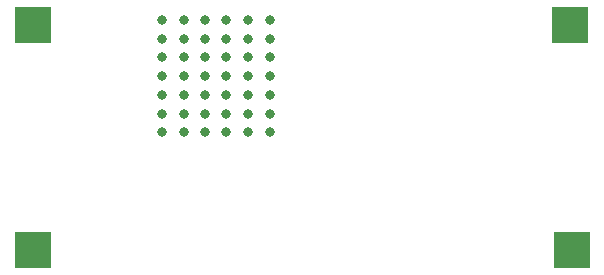
<source format=gbs>
G04*
G04 #@! TF.GenerationSoftware,Altium Limited,Altium Designer,22.3.1 (43)*
G04*
G04 Layer_Color=16711935*
%FSLAX25Y25*%
%MOIN*%
G70*
G04*
G04 #@! TF.SameCoordinates,092B01F2-D36E-4E11-877B-5D38536E2366*
G04*
G04*
G04 #@! TF.FilePolarity,Negative*
G04*
G01*
G75*
%ADD34R,0.12205X0.12205*%
%ADD35C,0.03150*%
D34*
X10138Y9843D02*
D03*
X10039Y85039D02*
D03*
X189764Y9843D02*
D03*
X188976Y85039D02*
D03*
D35*
X89075Y67864D02*
D03*
Y61614D02*
D03*
X81791Y86614D02*
D03*
Y80364D02*
D03*
Y74114D02*
D03*
Y67864D02*
D03*
Y61614D02*
D03*
X74409Y74114D02*
D03*
Y86614D02*
D03*
Y80364D02*
D03*
Y67864D02*
D03*
Y61614D02*
D03*
X89075Y55364D02*
D03*
Y80364D02*
D03*
Y86614D02*
D03*
Y74114D02*
D03*
X67421Y67864D02*
D03*
Y80364D02*
D03*
Y86614D02*
D03*
Y74114D02*
D03*
Y61614D02*
D03*
Y55364D02*
D03*
X60335Y74114D02*
D03*
Y67864D02*
D03*
Y80364D02*
D03*
Y86614D02*
D03*
Y61614D02*
D03*
Y55364D02*
D03*
X53150Y74114D02*
D03*
Y80364D02*
D03*
Y86614D02*
D03*
Y55364D02*
D03*
X81791Y55364D02*
D03*
X74409D02*
D03*
X67421Y49114D02*
D03*
X60335D02*
D03*
X89075D02*
D03*
X81791D02*
D03*
X74409D02*
D03*
X53150Y61614D02*
D03*
Y67864D02*
D03*
Y49114D02*
D03*
M02*

</source>
